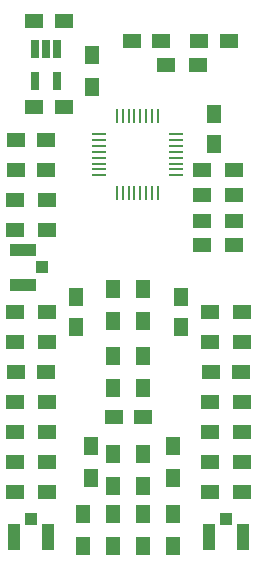
<source format=gbp>
G04 #@! TF.FileFunction,Paste,Bot*
%FSLAX46Y46*%
G04 Gerber Fmt 4.6, Leading zero omitted, Abs format (unit mm)*
G04 Created by KiCad (PCBNEW 4.0.6) date 08/04/17 15:07:46*
%MOMM*%
%LPD*%
G01*
G04 APERTURE LIST*
%ADD10C,0.100000*%
%ADD11R,1.250000X1.500000*%
%ADD12R,1.500000X1.250000*%
%ADD13R,1.300000X1.500000*%
%ADD14R,0.650000X1.560000*%
%ADD15R,1.500000X1.300000*%
%ADD16R,1.100000X2.250000*%
%ADD17R,1.050000X1.100000*%
%ADD18R,2.250000X1.100000*%
%ADD19R,1.100000X1.050000*%
%ADD20R,0.280000X1.200000*%
%ADD21R,1.200000X0.280000*%
G04 APERTURE END LIST*
D10*
D11*
X161925000Y-120670000D03*
X161925000Y-123170000D03*
D12*
X164485000Y-127000000D03*
X166985000Y-127000000D03*
D13*
X161290000Y-133270000D03*
X161290000Y-135970000D03*
X156210000Y-138985000D03*
X156210000Y-141685000D03*
D14*
X149545000Y-99615000D03*
X150495000Y-99615000D03*
X151445000Y-99615000D03*
X151445000Y-102315000D03*
X149545000Y-102315000D03*
D15*
X150575000Y-121920000D03*
X147875000Y-121920000D03*
D13*
X156210000Y-133905000D03*
X156210000Y-136605000D03*
D12*
X158730000Y-130810000D03*
X156230000Y-130810000D03*
D15*
X163750000Y-112014000D03*
X166450000Y-112014000D03*
D13*
X158750000Y-119935000D03*
X158750000Y-122635000D03*
D12*
X150475000Y-127000000D03*
X147975000Y-127000000D03*
D11*
X153035000Y-120670000D03*
X153035000Y-123170000D03*
D12*
X151999000Y-104521000D03*
X149499000Y-104521000D03*
X151999000Y-97282000D03*
X149499000Y-97282000D03*
X150475000Y-107315000D03*
X147975000Y-107315000D03*
D11*
X164719000Y-105176000D03*
X164719000Y-107676000D03*
D12*
X147975000Y-109855000D03*
X150475000Y-109855000D03*
X163469000Y-98933000D03*
X165969000Y-98933000D03*
X160254000Y-98933000D03*
X157754000Y-98933000D03*
D16*
X147750000Y-140970000D03*
X150700000Y-140970000D03*
D17*
X149225000Y-139420000D03*
D16*
X164260000Y-140970000D03*
X167210000Y-140970000D03*
D17*
X165735000Y-139420000D03*
D18*
X148590000Y-116635000D03*
X148590000Y-119585000D03*
D19*
X150140000Y-118110000D03*
D15*
X164385000Y-121920000D03*
X167085000Y-121920000D03*
X167085000Y-124460000D03*
X164385000Y-124460000D03*
X147875000Y-124460000D03*
X150575000Y-124460000D03*
X164385000Y-129540000D03*
X167085000Y-129540000D03*
X150575000Y-129540000D03*
X147875000Y-129540000D03*
D13*
X158750000Y-133905000D03*
X158750000Y-136605000D03*
X158750000Y-128350000D03*
X158750000Y-125650000D03*
X156210000Y-128350000D03*
X156210000Y-125650000D03*
X156210000Y-119935000D03*
X156210000Y-122635000D03*
X154305000Y-133270000D03*
X154305000Y-135970000D03*
D15*
X164385000Y-132080000D03*
X167085000Y-132080000D03*
X150575000Y-132080000D03*
X147875000Y-132080000D03*
X167085000Y-134620000D03*
X164385000Y-134620000D03*
X147875000Y-134620000D03*
X150575000Y-134620000D03*
D13*
X161290000Y-138985000D03*
X161290000Y-141685000D03*
X153670000Y-138985000D03*
X153670000Y-141685000D03*
X158750000Y-138985000D03*
X158750000Y-141685000D03*
D15*
X167085000Y-137160000D03*
X164385000Y-137160000D03*
X147875000Y-137160000D03*
X150575000Y-137160000D03*
D13*
X154432000Y-100123000D03*
X154432000Y-102823000D03*
D15*
X163750000Y-114173000D03*
X166450000Y-114173000D03*
X163750000Y-109855000D03*
X166450000Y-109855000D03*
X163750000Y-116205000D03*
X166450000Y-116205000D03*
X147875000Y-112395000D03*
X150575000Y-112395000D03*
X160702000Y-100965000D03*
X163402000Y-100965000D03*
X150575000Y-114935000D03*
X147875000Y-114935000D03*
D20*
X159992000Y-111835000D03*
X159492000Y-111835000D03*
X158992000Y-111835000D03*
X158492000Y-111835000D03*
X157992000Y-111835000D03*
X157492000Y-111835000D03*
X156992000Y-111835000D03*
X156492000Y-111835000D03*
D21*
X154992000Y-110335000D03*
X154992000Y-109835000D03*
X154992000Y-109335000D03*
X154992000Y-108835000D03*
X154992000Y-108335000D03*
X154992000Y-107835000D03*
X154992000Y-107335000D03*
X154992000Y-106835000D03*
D20*
X156492000Y-105335000D03*
X156992000Y-105335000D03*
X157492000Y-105335000D03*
X157992000Y-105335000D03*
X158492000Y-105335000D03*
X158992000Y-105335000D03*
X159492000Y-105335000D03*
X159992000Y-105335000D03*
D21*
X161492000Y-106835000D03*
X161492000Y-107335000D03*
X161492000Y-107835000D03*
X161492000Y-108335000D03*
X161492000Y-108835000D03*
X161492000Y-109335000D03*
X161492000Y-109835000D03*
X161492000Y-110335000D03*
M02*

</source>
